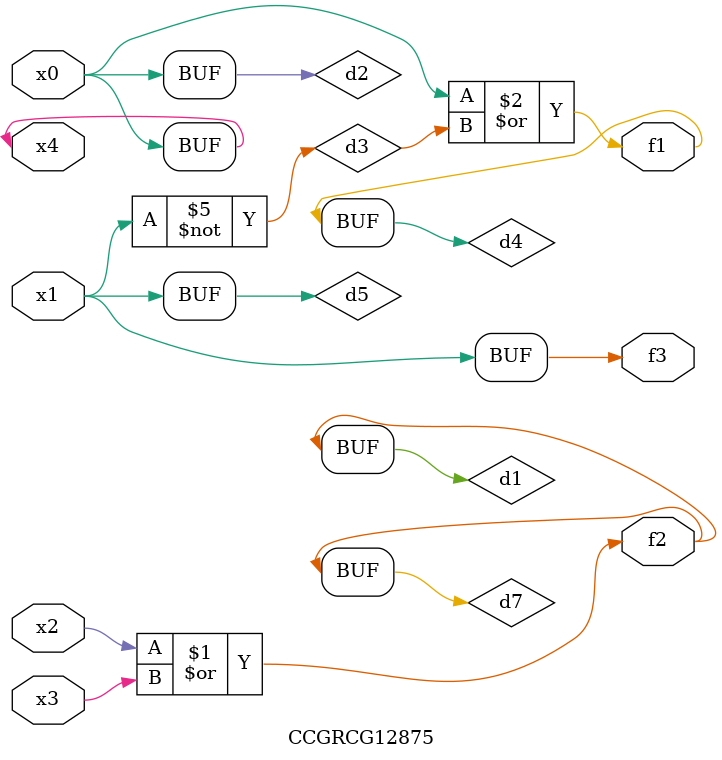
<source format=v>
module CCGRCG12875(
	input x0, x1, x2, x3, x4,
	output f1, f2, f3
);

	wire d1, d2, d3, d4, d5, d6, d7;

	or (d1, x2, x3);
	buf (d2, x0, x4);
	not (d3, x1);
	or (d4, d2, d3);
	not (d5, d3);
	nand (d6, d1, d3);
	or (d7, d1);
	assign f1 = d4;
	assign f2 = d7;
	assign f3 = d5;
endmodule

</source>
